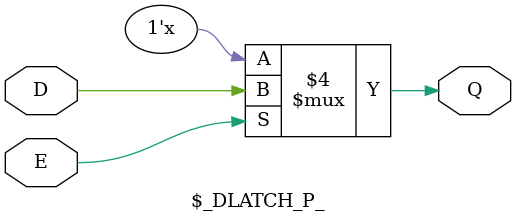
<source format=v>
 
 `timescale 1 ns / 1ns
 
 module bufg #(parameter tphl = 1, tplh = 1)
     (out,in);               
 input in;
 output out;
  
	bufif1 #(tplh, tphl) inst(out, in, 1'b1);
    
 endmodule

 /////////////////////////////////////////////////////////////////////////////////////
 //    Not
 /////////////////////////////////////////////////////////////////////////////////////
 
 `timescale 1 ns / 1ns
 
 module notg #(parameter tphl = 1, tplh = 1)
     (out,in);             
 input in;
 output out;
  
	not #(tplh, tphl) inst (out, in);
    
 endmodule

 /////////////////////////////////////////////////////////////////////////////////////
 //    And: Parametrized on the number of inputs      
 /////////////////////////////////////////////////////////////////////////////////////
 
 `timescale 1 ns / 1ns
 
module and_n
    #(parameter n = 2, tphl = 1, tplh = 1)
    (out,in);           
input [n-1:0] in;
output out;
wire [n-2:0] mwire;

genvar i;

	and and_0 (mwire [0], in [0], in [1]);

  generate
    for (i=1; i <= n-2; i=i+1) begin : AND_N
       and inst (mwire [i], mwire [i-1], in [i+1]);
    end
  endgenerate
	bufif1 #(tplh, tphl) inst(out, mwire [n-2], 1'b1);	
	
endmodule

/////////////////////////////////////////////////////////////////////////////////////
//    Or: Parametrized on the number of inputs       
/////////////////////////////////////////////////////////////////////////////////////

`timescale 1 ns / 1ns
 
module or_n
    #(parameter n = 2, tphl = 1, tplh = 1)
    (out,in);             
input [n-1:0] in;
output out;
wire [n-2:0] mwire;

genvar i;

	or or_0 (mwire [0], in [0], in [1]);

  generate
    for (i=1; i <= n-2; i=i+1) begin : OR_N
       or inst (mwire [i], mwire [i-1], in [i+1]);
    end
  endgenerate
	bufif1 #(tplh, tphl) inst(out, mwire [n-2], 1'b1);	
   
endmodule

/////////////////////////////////////////////////////////////////////////////////////
//    Nand: Parametrized on the number of inputs       
/////////////////////////////////////////////////////////////////////////////////////

`timescale 1 ns / 1ns
 
module nand_n
    #(parameter n = 2, tphl = 1, tplh = 1)
    (out,in);               
input [n-1:0] in;
output out;
wire [n-2:0] mwire;

genvar i;

	and and_0 (mwire [0], in [0], in [1]);

  generate
    for (i=1; i <= n-2; i=i+1) begin : NAND_N
       and inst (mwire [i], mwire [i-1], in [i+1]);
    end
  endgenerate
	not #(tplh, tphl) inst(out, mwire [n-2]);	

endmodule

/////////////////////////////////////////////////////////////////////////////////////
//    Nor: Parametrized on the number of inputs       
/////////////////////////////////////////////////////////////////////////////////////

`timescale 1 ns / 1ns
 
module nor_n
    #(parameter n = 2, tphl = 1, tplh = 1)
    (out,in);              
input [n-1:0] in;
output out;
wire [n-2:0] mwire;

genvar i;

	or nor_0 (mwire [0], in [0], in [1]);

  generate
    for (i=1; i <= n-2; i=i+1) begin : NOR_N
       or inst (mwire [i], mwire [i-1], in [i+1]);
    end
  endgenerate
	not #(tplh, tphl) inst(out, mwire [n-2]);	
      
endmodule

/////////////////////////////////////////////////////////////////////////////////////
//    Xor: Parametrized on the number of inputs       
/////////////////////////////////////////////////////////////////////////////////////

`timescale 1 ns / 1ns
 
module xor_n
    #(parameter n = 2, tphl = 1, tplh = 1)
    (out,in);              
input [n-1:0] in;
output out;
wire [n-2:0] mwire;

genvar i;

	xor xor_0 (mwire [0], in [0], in [1]);

  generate
    for (i=1; i <= n-2; i=i+1) begin : XOR_N
       xor inst (mwire [i], mwire [i-1], in [i+1]);
    end
  endgenerate
	bufif1 #(tplh, tphl) inst(out, mwire [n-2], 1'b1);	
   
endmodule

/////////////////////////////////////////////////////////////////////////////////////
//    Xnor: Parametrized on the number of inputs       
/////////////////////////////////////////////////////////////////////////////////////

`timescale 1 ns / 1ns
 
module xnor_n
    #(parameter n = 2, tphl = 1, tplh = 1)
    (out,in);              
input [n-1:0] in;
output out;
wire [n-2:0] mwire;

genvar i;

	xor xnor_0 (mwire [0], in [0], in [1]);

  generate
    for (i=1; i <= n-2; i=i+1) begin : XNOR_N
       xor inst (mwire [i], mwire [i-1], in [i+1]);
    end
  endgenerate
	not #(tplh, tphl) inst(out, mwire [n-2]);	
    
endmodule

/////////////////////////////////////////////////////////////////////////////////////
//    Fan_Out: Parametrized on the number of inputs       
/////////////////////////////////////////////////////////////////////////////////////

`timescale 1 ns / 1ns
 
module fanout_n
    #(parameter n = 2,tphl = 3, tplh = 5)
    (in, out);
input in;
output [n-1 :0] out;
genvar i;

  generate
    for (i=0; i < n; i=i+1) begin : fanout
       bufif1 #(tplh, tphl) inst (out [i], in, 1'b1);
    end
  endgenerate		
   
endmodule

/////////////////////////////////////////////////////////////////////////////////////
//    Primary Input      
/////////////////////////////////////////////////////////////////////////////////////

`timescale 1 ns / 1ns
 
module pin #(parameter n = 1)
    (in, out);
input [n-1:0] in;
output [n-1:0] out;

genvar i;

  generate
    for (i=0; i < n; i=i+1) begin : PI
       bufif1 inst (out [i], in[i], 1'b1);
    end
  endgenerate

endmodule

/////////////////////////////////////////////////////////////////////////////////////
//    Primary Output      
/////////////////////////////////////////////////////////////////////////////////////

`timescale 1 ns / 1ns
 
module pout #(parameter n = 1)
    (in, out);
input [n-1:0] in;
output [n-1:0] out;

genvar i;

  generate
    for (i=0; i < n; i=i+1) begin : PO
       bufif1 inst (out [i], in[i], 1'b1);
    end
  endgenerate
   
endmodule

/////////////////////////////////////////////////////////////////////////////////////
//    D Flip Flop 
/////////////////////////////////////////////////////////////////////////////////////
module dff 
#(parameter tphl = 0, tplh = 0)
(Q, D, C, CLR, PRE, CE, NbarT, Si, global_reset); 

input D, C, CLR, PRE, CE, NbarT, Si, global_reset; 
output reg Q; 
reg val; 


always @(posedge C or posedge PRE or posedge CLR or posedge global_reset) begin
	if(CLR || global_reset)
		val = 1'b0;
	else	if(PRE)
		val = 1'b1;
	else	if(NbarT)
		val = Si; 
	else	if(CE)	val = D; 
end
   
always@(posedge val) #tplh Q =  val;
always@(negedge val) #tphl Q =  val;    
endmodule



module DFF (C, D, Q);
  
  input C, D;
  output Q;
  wire CE, NbarT, Si, global_reset;
  dff #(.tphl (0),.tplh (0)) _TECHMAP_REPLACE_ (
    .Q(Q), 
    .D(D), 
    .C(C), 
    .CLR(1'b0), 
    .PRE(1'b0), 
    .CE(1'b1), 
    .NbarT(1'b0), 
    .Si(Si), 
    .global_reset(1'b0)
  ); 
endmodule

module DFF_N (C, D, Q);
  
  input C, D;
  output Q;
  wire CE, NbarT, Si, global_reset;
  wire Cbar;

  assign Cbar = ~C;

  dff #(.tphl (0),.tplh (0)) _TECHMAP_REPLACE_ (
    .Q(Q), 
    .D(D), 
    .C(Cbar), 
    .CLR(1'b0), 
    .PRE(1'b0), 
    .CE(1'b1), 
    .NbarT(1'b0), 
    .Si(Si), 
    .global_reset(1'b0)
  ); 
endmodule


module DFF_PP0 (D, C, R, Q);
input D, C, R;
output  Q;
wire CE, NbarT, Si, global_reset;
  dff #(.tphl (0),.tplh (0)) _TECHMAP_REPLACE_ (
    .Q(Q), 
    .D(D), 
    .C(C), 
    .CLR(R), 
    .PRE(1'b0), 
    .CE(1'b1), 
    .NbarT(1'b0), 
    .Si(Si), 
    .global_reset(1'b0)
  ); 
endmodule

module DFF_PP1 (D, C, R, Q);
input D, C, R;
output  Q;
wire CE, NbarT, Si, global_reset;
  dff #(.tphl (0),.tplh (0)) _TECHMAP_REPLACE_ (
    .Q(Q), 
    .D(D), 
    .C(C), 
    .CLR(1'b0), 
    .PRE(R), 
    .CE(1'b1), 
    .NbarT(1'b0), 
    .Si(Si), 
    .global_reset(1'b0)
  ); 
endmodule


module DFF_PN0 (D, C, R, Q);
input D, C, R;
output  Q;
wire CE, NbarT, Si, global_reset;
wire Rbar;

assign Rbar = ~R;

  dff #(.tphl (0),.tplh (0)) _TECHMAP_REPLACE_ (
    .Q(Q), 
    .D(D), 
    .C(C), 
    .CLR(Rbar), 
    .PRE(1'b0), 
    .CE(1'b1), 
    .NbarT(1'b0), 
    .Si(Si), 
    .global_reset(1'b0)
  ); 
endmodule

module DFF_PN1 (D, C, R, Q);
input D, C, R;
output  Q;
wire CE, NbarT, Si, global_reset;
wire Rbar;

assign Rbar = ~R;

  dff #(.tphl (0),.tplh (0)) _TECHMAP_REPLACE_ (
    .Q(Q), 
    .D(D), 
    .C(C), 
    .CLR(1'b0), 
    .PRE(Rbar), 
    .CE(1'b1), 
    .NbarT(1'b0), 
    .Si(Si), 
    .global_reset(1'b0)
  ); 
endmodule

module DFF_NN0 (D, C, R, Q);
input D, C, R;
output  Q;
wire CE, NbarT, Si, global_reset;
wire Cbar, Rbar;

assign Cbar = ~C;
assign Rbar = ~R;

  dff #(.tphl (0),.tplh (0)) _TECHMAP_REPLACE_ (
    .Q(Q), 
    .D(D), 
    .C(Cbar), 
    .CLR(Rbar), 
    .PRE(1'b0), 
    .CE(1'b1), 
    .NbarT(1'b0), 
    .Si(Si), 
    .global_reset(1'b0)
  ); 
endmodule

module DFF_NN1 (D, C, R, Q);
input D, C, R;
output  Q;
wire CE, NbarT, Si, global_reset;
wire Cbar, Rbar;

assign Cbar = ~C;
assign Rbar = ~R;

  dff #(.tphl (0),.tplh (0)) _TECHMAP_REPLACE_ (
    .Q(Q), 
    .D(D), 
    .C(Cbar), 
    .CLR(1'b0), 
    .PRE(Rbar), 
    .CE(1'b1), 
    .NbarT(1'b0), 
    .Si(Si), 
    .global_reset(1'b0)
  ); 
endmodule

module DFF_NP0 (D, C, R, Q);
input D, C, R;
output  Q;
wire CE, NbarT, Si, global_reset;
wire Cbar;

assign Cbar = ~C;

  dff #(.tphl (0),.tplh (0)) _TECHMAP_REPLACE_ (
    .Q(Q), 
    .D(D), 
    .C(Cbar), 
    .CLR(R), 
    .PRE(1'b0), 
    .CE(1'b1), 
    .NbarT(1'b0), 
    .Si(Si), 
    .global_reset(1'b0)
  ); 
endmodule

module DFF_NP1 (D, C, R, Q);
input D, C, R;
output  Q;
wire CE, NbarT, Si, global_reset;
wire Cbar;

assign Cbar = ~C;

  dff #(.tphl (0),.tplh (0)) _TECHMAP_REPLACE_ (
    .Q(Q), 
    .D(D), 
    .C(Cbar), 
    .CLR(1'b0), 
    .PRE(R), 
    .CE(1'b1), 
    .NbarT(1'b0), 
    .Si(Si), 
    .global_reset(1'b0)
  ); 
endmodule

module DFF_E (C, R, E, Q);
input E, C, R;
output  Q;
wire CE, NbarT, Si, global_reset;

  dff #(.tphl (0),.tplh (0)) _TECHMAP_REPLACE_ (
    .Q(Q), 
    .D(Q), 
    .C(C), 
    .CLR(R), 
    .PRE(1'b0), 
    .CE(E), 
    .NbarT(1'b0), 
    .Si(Si), 
    .global_reset(1'b0)
  ); 
endmodule


/////////////////////////////////////////////////////////////////////////////////////
//    latch
/////////////////////////////////////////////////////////////////////////////////////


module \$_DLATCH_P_ (E, D, Q);

parameter WIDTH = 1;
parameter E_POLARITY = 1'b1;

input E;
input [WIDTH-1:0] D;
output reg [WIDTH-1:0] Q;

always @* begin
        if (E == E_POLARITY)
                Q = D;
end

endmodule

</source>
